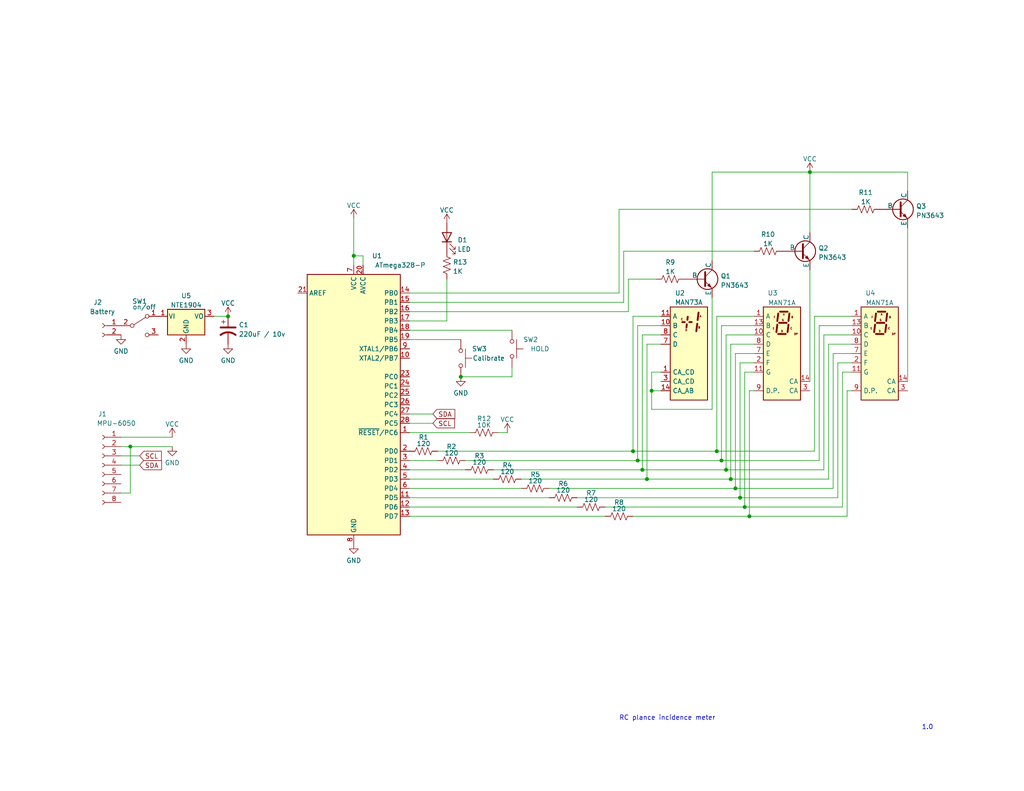
<source format=kicad_sch>
(kicad_sch (version 20211123) (generator eeschema)
  (paper "USLetter")
  (lib_symbols
    (symbol "Connector:Conn_01x02_Female" (pin_names (offset 1.016) hide)
      (property "Reference" "J" (at 0 2.54 0))
      (property "Value" "Conn_01x02_Female" (at 0 -5.08 0))
      (symbol "Conn_01x02_Female_1_1"
        (arc (start 0 -2.032) (mid -0.508 -2.54) (end 0 -3.048) (stroke (width 0.1524)))
        (polyline (pts (xy -1.27 -2.54) (xy -0.508 -2.54)) (stroke (width 0.1524)))
        (polyline (pts (xy -1.27 0) (xy -0.508 0)) (stroke (width 0.1524)))
        (arc (start 0 0.508) (mid -0.508 0) (end 0 -0.508) (stroke (width 0.1524)))
        (pin passive line (at -5.08 0 0) (length 3.81) (name "Pin_1") (number "1"))
        (pin passive line (at -5.08 -2.54 0) (length 3.81) (name "Pin_2") (number "2"))
      )
    )
    (symbol "Connector:Conn_01x08_Female" (pin_names (offset 1.016) hide)
      (property "Reference" "J" (at 0 10.16 0))
      (property "Value" "Conn_01x08_Female" (at 0 -12.7 0))
      (symbol "Conn_01x08_Female_1_1"
        (arc (start 0 -9.652) (mid -0.508 -10.16) (end 0 -10.668) (stroke (width 0.1524)))
        (arc (start 0 -7.112) (mid -0.508 -7.62) (end 0 -8.128) (stroke (width 0.1524)))
        (arc (start 0 -4.572) (mid -0.508 -5.08) (end 0 -5.588) (stroke (width 0.1524)))
        (arc (start 0 -2.032) (mid -0.508 -2.54) (end 0 -3.048) (stroke (width 0.1524)))
        (polyline (pts (xy -1.27 -10.16) (xy -0.508 -10.16)) (stroke (width 0.1524)))
        (polyline (pts (xy -1.27 -7.62) (xy -0.508 -7.62)) (stroke (width 0.1524)))
        (polyline (pts (xy -1.27 -5.08) (xy -0.508 -5.08)) (stroke (width 0.1524)))
        (polyline (pts (xy -1.27 -2.54) (xy -0.508 -2.54)) (stroke (width 0.1524)))
        (polyline (pts (xy -1.27 0) (xy -0.508 0)) (stroke (width 0.1524)))
        (polyline (pts (xy -1.27 2.54) (xy -0.508 2.54)) (stroke (width 0.1524)))
        (polyline (pts (xy -1.27 5.08) (xy -0.508 5.08)) (stroke (width 0.1524)))
        (polyline (pts (xy -1.27 7.62) (xy -0.508 7.62)) (stroke (width 0.1524)))
        (arc (start 0 0.508) (mid -0.508 0) (end 0 -0.508) (stroke (width 0.1524)))
        (arc (start 0 3.048) (mid -0.508 2.54) (end 0 2.032) (stroke (width 0.1524)))
        (arc (start 0 5.588) (mid -0.508 5.08) (end 0 4.572) (stroke (width 0.1524)))
        (arc (start 0 8.128) (mid -0.508 7.62) (end 0 7.112) (stroke (width 0.1524)))
        (pin passive line (at -5.08 7.62 0) (length 3.81) (name "Pin_1") (number "1"))
        (pin passive line (at -5.08 5.08 0) (length 3.81) (name "Pin_2") (number "2"))
        (pin passive line (at -5.08 2.54 0) (length 3.81) (name "Pin_3") (number "3"))
        (pin passive line (at -5.08 0 0) (length 3.81) (name "Pin_4") (number "4"))
        (pin passive line (at -5.08 -2.54 0) (length 3.81) (name "Pin_5") (number "5"))
        (pin passive line (at -5.08 -5.08 0) (length 3.81) (name "Pin_6") (number "6"))
        (pin passive line (at -5.08 -7.62 0) (length 3.81) (name "Pin_7") (number "7"))
        (pin passive line (at -5.08 -10.16 0) (length 3.81) (name "Pin_8") (number "8"))
      )
    )
    (symbol "Device:C_Polarized_US" (pin_numbers hide) (pin_names (offset 0.254) hide)
      (property "Reference" "C" (at 0.635 2.54 0))
      (property "Value" "C_Polarized_US" (at 0.635 -2.54 0))
      (symbol "C_Polarized_US_0_1"
        (polyline (pts (xy -2.032 0.762) (xy 2.032 0.762)) (stroke (width 0.508)))
        (polyline (pts (xy -1.778 2.286) (xy -0.762 2.286)))
        (polyline (pts (xy -1.27 1.778) (xy -1.27 2.794)))
        (arc (start 2.032 -1.27) (mid 0 -0.5572) (end -2.032 -1.27) (stroke (width 0.508)))
      )
      (symbol "C_Polarized_US_1_1"
        (pin passive line (at 0 3.81 270) (length 2.794) (name "~") (number "1"))
        (pin passive line (at 0 -3.81 90) (length 3.302) (name "~") (number "2"))
      )
    )
    (symbol "Device:LED" (pin_numbers hide) (pin_names (offset 1.016) hide)
      (property "Reference" "D" (at 0 2.54 0))
      (property "Value" "LED" (at 0 -2.54 0))
      (symbol "LED_0_1"
        (polyline (pts (xy -1.27 -1.27) (xy -1.27 1.27)) (stroke (width 0.254)))
        (polyline (pts (xy -1.27 0) (xy 1.27 0)))
        (polyline (pts (xy 1.27 -1.27) (xy 1.27 1.27) (xy -1.27 0) (xy 1.27 -1.27)) (stroke (width 0.254)))
        (polyline (pts (xy -3.048 -0.762) (xy -4.572 -2.286) (xy -3.81 -2.286) (xy -4.572 -2.286) (xy -4.572 -1.524)))
        (polyline (pts (xy -1.778 -0.762) (xy -3.302 -2.286) (xy -2.54 -2.286) (xy -3.302 -2.286) (xy -3.302 -1.524)))
      )
      (symbol "LED_1_1"
        (pin passive line (at -3.81 0 0) (length 2.54) (name "K") (number "1"))
        (pin passive line (at 3.81 0 180) (length 2.54) (name "A") (number "2"))
      )
    )
    (symbol "Device:Q_NPN_EBC" (pin_numbers hide) (pin_names (offset 0))
      (property "Reference" "Q" (at 5.08 1.27 0))
      (property "Value" "Q_NPN_EBC" (at 5.08 -1.27 0))
      (symbol "Q_NPN_EBC_0_1"
        (polyline (pts (xy 0.635 0.635) (xy 2.54 2.54)))
        (polyline (pts (xy 0.635 -0.635) (xy 2.54 -2.54) (xy 2.54 -2.54)))
        (polyline (pts (xy 0.635 1.905) (xy 0.635 -1.905) (xy 0.635 -1.905)) (stroke (width 0.508)))
        (polyline (pts (xy 1.27 -1.778) (xy 1.778 -1.27) (xy 2.286 -2.286) (xy 1.27 -1.778) (xy 1.27 -1.778)) (fill (type outline)))
        (circle (center 1.27 0) (radius 2.8194) (stroke (width 0.254)))
      )
      (symbol "Q_NPN_EBC_1_1"
        (pin passive line (at 2.54 -5.08 90) (length 2.54) (name "E") (number "1"))
        (pin passive line (at -5.08 0 0) (length 5.715) (name "B") (number "2"))
        (pin passive line (at 2.54 5.08 270) (length 2.54) (name "C") (number "3"))
      )
    )
    (symbol "Device:R_US" (pin_numbers hide) (pin_names (offset 0))
      (property "Reference" "R" (at 2.54 0 90))
      (property "Value" "R_US" (at -2.54 0 90))
      (symbol "R_US_0_1"
        (polyline (pts (xy 0 -2.286) (xy 0 -2.54)))
        (polyline (pts (xy 0 2.286) (xy 0 2.54)))
        (polyline (pts (xy 0 -0.762) (xy 1.016 -1.143) (xy 0 -1.524) (xy -1.016 -1.905) (xy 0 -2.286)))
        (polyline (pts (xy 0 0.762) (xy 1.016 0.381) (xy 0 0) (xy -1.016 -0.381) (xy 0 -0.762)))
        (polyline (pts (xy 0 2.286) (xy 1.016 1.905) (xy 0 1.524) (xy -1.016 1.143) (xy 0 0.762)))
      )
      (symbol "R_US_1_1"
        (pin passive line (at 0 3.81 270) (length 1.27) (name "~") (number "1"))
        (pin passive line (at 0 -3.81 90) (length 1.27) (name "~") (number "2"))
      )
    )
    (symbol "Display_Character:MAN71A" (pin_names (offset 0.635))
      (property "Reference" "U" (at -2.54 13.97 0))
      (property "Value" "MAN71A" (at 3.556 -14.224 0))
      (symbol "MAN71A_0_0"
        (text "A" (at 0.508 10.668 0) (effects (font (size 0.508 0.508))))
        (text "B" (at 2.794 9.906 0) (effects (font (size 0.508 0.508))))
        (text "C" (at 2.54 6.858 0) (effects (font (size 0.508 0.508))))
        (text "D" (at 0 6.096 0) (effects (font (size 0.508 0.508))))
        (text "DP" (at 3.81 5.334 0) (effects (font (size 0.508 0.508))))
        (text "E" (at -2.286 6.858 0) (effects (font (size 0.508 0.508))))
        (text "F" (at -2.032 9.906 0) (effects (font (size 0.508 0.508))))
        (text "G" (at 0.254 9.144 0) (effects (font (size 0.508 0.508))))
      )
      (symbol "MAN71A_0_1"
        (rectangle (start -5.08 12.7) (end 5.08 -12.7) (stroke (width 0.254)) (fill (type background)))
        (polyline (pts (xy -1.27 7.874) (xy -1.524 5.842)) (stroke (width 0.508)))
        (polyline (pts (xy -1.016 5.334) (xy 1.016 5.334)) (stroke (width 0.508)))
        (polyline (pts (xy -1.016 10.922) (xy -1.27 8.89)) (stroke (width 0.508)))
        (polyline (pts (xy -0.762 8.382) (xy 1.27 8.382)) (stroke (width 0.508)))
        (polyline (pts (xy -0.508 11.43) (xy 1.524 11.43)) (stroke (width 0.508)))
        (polyline (pts (xy 1.778 7.874) (xy 1.524 5.842)) (stroke (width 0.508)))
        (polyline (pts (xy 2.032 10.922) (xy 1.778 8.89)) (stroke (width 0.508)))
        (polyline (pts (xy 2.794 5.334) (xy 2.794 5.334)) (stroke (width 0.508)))
      )
      (symbol "MAN71A_1_1"
        (pin input line (at -7.62 10.16 0) (length 2.54) (name "A") (number "1"))
        (pin input line (at -7.62 5.08 0) (length 2.54) (name "C") (number "10"))
        (pin input line (at -7.62 -5.08 0) (length 2.54) (name "G") (number "11"))
        (pin no_connect line (at 7.62 -5.08 180) (length 2.54) hide (name "NC") (number "12"))
        (pin input line (at -7.62 7.62 0) (length 2.54) (name "B") (number "13"))
        (pin input line (at 7.62 -7.62 180) (length 2.54) (name "CA") (number "14"))
        (pin input line (at -7.62 -2.54 0) (length 2.54) (name "F") (number "2"))
        (pin input line (at 7.62 -10.16 180) (length 2.54) (name "CA") (number "3"))
        (pin no_connect line (at 7.62 2.54 180) (length 2.54) hide (name "NC") (number "4"))
        (pin no_connect line (at 7.62 0 180) (length 2.54) hide (name "NC") (number "5"))
        (pin no_connect line (at 7.62 -2.54 180) (length 2.54) hide (name "NC") (number "6"))
        (pin input line (at -7.62 0 0) (length 2.54) (name "E") (number "7"))
        (pin input line (at -7.62 2.54 0) (length 2.54) (name "D") (number "8"))
        (pin input line (at -7.62 -10.16 0) (length 2.54) (name "D.P.") (number "9"))
      )
    )
    (symbol "Display_Character:MAN73A" (pin_names (offset 0.635))
      (property "Reference" "U" (at -2.54 13.97 0))
      (property "Value" "MAN73A" (at 2.54 -14.224 0))
      (symbol "MAN73A_0_0"
        (text "A" (at 3.175 10.16 0) (effects (font (size 0.508 0.508))))
        (text "B" (at 2.794 7.112 0) (effects (font (size 0.508 0.508))))
        (text "C" (at -1.905 9.3472 0) (effects (font (size 0.508 0.508))))
        (text "D" (at -0.7366 6.4262 0) (effects (font (size 0.508 0.508))))
      )
      (symbol "MAN73A_0_1"
        (rectangle (start -5.08 12.7) (end 5.08 -12.7) (stroke (width 0.254)) (fill (type background)))
        (polyline (pts (xy -1.778 8.5852) (xy -1.143 8.5852)) (stroke (width 0.508)))
        (polyline (pts (xy 2.286 8.128) (xy 2.032 6.096)) (stroke (width 0.508)))
        (polyline (pts (xy 2.6416 11.176) (xy 2.3876 9.144)) (stroke (width 0.508)))
      )
      (symbol "MAN73A_1_1"
        (polyline (pts (xy -0.6604 7.1374) (xy -0.5588 7.9756)) (stroke (width 0.508)))
        (polyline (pts (xy -0.3048 10.033) (xy -0.4064 9.1948)) (stroke (width 0.508)))
        (polyline (pts (xy 0.127 8.5852) (xy 0.762 8.5852)) (stroke (width 0.508)))
        (pin input line (at -7.62 -5.08 0) (length 2.54) (name "CA_CD") (number "1"))
        (pin input line (at -7.62 7.62 0) (length 2.54) (name "B") (number "10"))
        (pin input line (at -7.62 10.16 0) (length 2.54) (name "A") (number "11"))
        (pin no_connect line (at 7.62 -7.62 180) (length 2.54) hide (name "NC") (number "12"))
        (pin no_connect line (at 7.62 -10.16 180) (length 2.54) hide (name "NC") (number "13"))
        (pin input line (at -7.62 -10.16 0) (length 2.54) (name "CA_AB") (number "14"))
        (pin no_connect line (at 7.62 5.08 180) (length 2.54) hide (name "NC") (number "2"))
        (pin input line (at -7.62 -7.62 0) (length 2.54) (name "CA_CD") (number "3"))
        (pin no_connect line (at 7.62 2.54 180) (length 2.54) hide (name "NC") (number "4"))
        (pin no_connect line (at 7.62 0 180) (length 2.54) hide (name "NC") (number "5"))
        (pin no_connect line (at 7.62 -2.54 180) (length 2.54) hide (name "NC") (number "6"))
        (pin input line (at -7.62 2.54 0) (length 2.54) (name "D") (number "7"))
        (pin input line (at -7.62 5.08 0) (length 2.54) (name "C") (number "8"))
        (pin no_connect line (at 7.62 -5.08 180) (length 2.54) hide (name "NC") (number "9"))
      )
    )
    (symbol "MCU_Microchip_ATmega:ATmega328-P"
      (property "Reference" "U" (at -12.7 36.83 0))
      (property "Value" "ATmega328-P" (at 2.54 -36.83 0))
      (symbol "ATmega328-P_0_1"
        (rectangle (start -12.7 -35.56) (end 12.7 35.56) (stroke (width 0.254)) (fill (type background)))
      )
      (symbol "ATmega328-P_1_1"
        (pin bidirectional line (at 15.24 -7.62 180) (length 2.54) (name "~{RESET}/PC6") (number "1"))
        (pin bidirectional line (at 15.24 12.7 180) (length 2.54) (name "XTAL2/PB7") (number "10"))
        (pin bidirectional line (at 15.24 -25.4 180) (length 2.54) (name "PD5") (number "11"))
        (pin bidirectional line (at 15.24 -27.94 180) (length 2.54) (name "PD6") (number "12"))
        (pin bidirectional line (at 15.24 -30.48 180) (length 2.54) (name "PD7") (number "13"))
        (pin bidirectional line (at 15.24 30.48 180) (length 2.54) (name "PB0") (number "14"))
        (pin bidirectional line (at 15.24 27.94 180) (length 2.54) (name "PB1") (number "15"))
        (pin bidirectional line (at 15.24 25.4 180) (length 2.54) (name "PB2") (number "16"))
        (pin bidirectional line (at 15.24 22.86 180) (length 2.54) (name "PB3") (number "17"))
        (pin bidirectional line (at 15.24 20.32 180) (length 2.54) (name "PB4") (number "18"))
        (pin bidirectional line (at 15.24 17.78 180) (length 2.54) (name "PB5") (number "19"))
        (pin bidirectional line (at 15.24 -12.7 180) (length 2.54) (name "PD0") (number "2"))
        (pin power_in line (at 2.54 38.1 270) (length 2.54) (name "AVCC") (number "20"))
        (pin passive line (at -15.24 30.48 0) (length 2.54) (name "AREF") (number "21"))
        (pin passive line (at 0 -38.1 90) (length 2.54) hide (name "GND") (number "22"))
        (pin bidirectional line (at 15.24 7.62 180) (length 2.54) (name "PC0") (number "23"))
        (pin bidirectional line (at 15.24 5.08 180) (length 2.54) (name "PC1") (number "24"))
        (pin bidirectional line (at 15.24 2.54 180) (length 2.54) (name "PC2") (number "25"))
        (pin bidirectional line (at 15.24 0 180) (length 2.54) (name "PC3") (number "26"))
        (pin bidirectional line (at 15.24 -2.54 180) (length 2.54) (name "PC4") (number "27"))
        (pin bidirectional line (at 15.24 -5.08 180) (length 2.54) (name "PC5") (number "28"))
        (pin bidirectional line (at 15.24 -15.24 180) (length 2.54) (name "PD1") (number "3"))
        (pin bidirectional line (at 15.24 -17.78 180) (length 2.54) (name "PD2") (number "4"))
        (pin bidirectional line (at 15.24 -20.32 180) (length 2.54) (name "PD3") (number "5"))
        (pin bidirectional line (at 15.24 -22.86 180) (length 2.54) (name "PD4") (number "6"))
        (pin power_in line (at 0 38.1 270) (length 2.54) (name "VCC") (number "7"))
        (pin power_in line (at 0 -38.1 90) (length 2.54) (name "GND") (number "8"))
        (pin bidirectional line (at 15.24 15.24 180) (length 2.54) (name "XTAL1/PB6") (number "9"))
      )
    )
    (symbol "Regulator_Linear:LM7805_TO220" (pin_names (offset 0.254))
      (property "Reference" "U" (at -3.81 3.175 0))
      (property "Value" "LM7805_TO220" (at 0 3.175 0))
      (symbol "LM7805_TO220_0_1"
        (rectangle (start -5.08 1.905) (end 5.08 -5.08) (stroke (width 0.254)) (fill (type background)))
      )
      (symbol "LM7805_TO220_1_1"
        (pin power_in line (at -7.62 0 0) (length 2.54) (name "VI") (number "1"))
        (pin power_in line (at 0 -7.62 90) (length 2.54) (name "GND") (number "2"))
        (pin power_out line (at 7.62 0 180) (length 2.54) (name "VO") (number "3"))
      )
    )
    (symbol "Switch:SW_Push" (pin_numbers hide) (pin_names (offset 1.016) hide)
      (property "Reference" "SW" (at 1.27 2.54 0))
      (property "Value" "SW_Push" (at 0 -1.524 0))
      (symbol "SW_Push_0_1"
        (circle (center -2.032 0) (radius 0.508))
        (polyline (pts (xy 0 1.27) (xy 0 3.048)))
        (polyline (pts (xy 2.54 1.27) (xy -2.54 1.27)))
        (circle (center 2.032 0) (radius 0.508))
        (pin passive line (at -5.08 0 0) (length 2.54) (name "1") (number "1"))
        (pin passive line (at 5.08 0 180) (length 2.54) (name "2") (number "2"))
      )
    )
    (symbol "Switch:SW_SPDT" (pin_names (offset 0) hide)
      (property "Reference" "SW" (at 0 4.318 0))
      (property "Value" "SW_SPDT" (at 0 -5.08 0))
      (symbol "SW_SPDT_0_0"
        (circle (center -2.032 0) (radius 0.508))
        (circle (center 2.032 -2.54) (radius 0.508))
      )
      (symbol "SW_SPDT_0_1"
        (polyline (pts (xy -1.524 0.254) (xy 1.651 2.286)))
        (circle (center 2.032 2.54) (radius 0.508))
      )
      (symbol "SW_SPDT_1_1"
        (pin passive line (at 5.08 2.54 180) (length 2.54) (name "A") (number "1"))
        (pin passive line (at -5.08 0 0) (length 2.54) (name "B") (number "2"))
        (pin passive line (at 5.08 -2.54 180) (length 2.54) (name "C") (number "3"))
      )
    )
    (symbol "power:GND" (power) (pin_names (offset 0))
      (property "Value" "GND" (at 0 -3.81 0))
      (symbol "GND_0_1"
        (polyline (pts (xy 0 0) (xy 0 -1.27) (xy 1.27 -1.27) (xy 0 -2.54) (xy -1.27 -1.27) (xy 0 -1.27)))
      )
      (symbol "GND_1_1"
        (pin power_in line (at 0 0 270) (length 0) hide (name "GND") (number "1"))
      )
    )
    (symbol "power:VCC" (power) (pin_names (offset 0))
      (property "Value" "VCC" (at 0 3.81 0))
      (symbol "VCC_0_1"
        (polyline (pts (xy -0.762 1.27) (xy 0 2.54)))
        (polyline (pts (xy 0 0) (xy 0 2.54)))
        (polyline (pts (xy 0 2.54) (xy 0.762 1.27)))
      )
      (symbol "VCC_1_1"
        (pin power_in line (at 0 0 90) (length 0) hide (name "VCC") (number "1"))
      )
    )
  )
  (junction (at 204.47 140.97))
  (junction (at 173.99 125.73))
  (junction (at 172.72 123.19))
  (junction (at 220.98 46.99))
  (junction (at 198.12 128.27))
  (junction (at 62.23 86.36))
  (junction (at 96.52 69.85))
  (junction (at 35.56 121.92))
  (junction (at 203.2 138.43))
  (junction (at 195.58 123.19))
  (junction (at 196.85 125.73))
  (junction (at 177.8 106.68))
  (junction (at 199.39 130.81))
  (junction (at 201.93 135.89))
  (junction (at 125.73 102.87))
  (junction (at 176.53 130.81))
  (junction (at 175.26 128.27))
  (junction (at 200.66 133.35))
  (wire (pts (xy 229.87 138.43) (xy 229.87 101.6)))
  (wire (pts (xy 205.74 68.58) (xy 170.18 68.58)))
  (wire (pts (xy 201.93 99.06) (xy 201.93 135.89)))
  (wire (pts (xy 195.58 86.36) (xy 195.58 123.19)))
  (wire (pts (xy 33.02 119.38) (xy 46.99 119.38)))
  (wire (pts (xy 173.99 88.9) (xy 173.99 125.73)))
  (wire (pts (xy 149.86 133.35) (xy 200.66 133.35)))
  (wire (pts (xy 171.45 85.09) (xy 171.45 76.2)))
  (wire (pts (xy 111.76 113.03) (xy 118.11 113.03)))
  (wire (pts (xy 196.85 125.73) (xy 223.52 125.73)))
  (wire (pts (xy 111.76 128.27) (xy 127 128.27)))
  (wire (pts (xy 170.18 68.58) (xy 170.18 82.55)))
  (wire (pts (xy 33.02 124.46) (xy 38.1 124.46)))
  (wire (pts (xy 204.47 140.97) (xy 231.14 140.97)))
  (wire (pts (xy 222.25 123.19) (xy 222.25 86.36)))
  (wire (pts (xy 200.66 96.52) (xy 200.66 133.35)))
  (wire (pts (xy 33.02 127) (xy 38.1 127)))
  (wire (pts (xy 203.2 138.43) (xy 229.87 138.43)))
  (wire (pts (xy 223.52 125.73) (xy 223.52 88.9)))
  (wire (pts (xy 231.14 140.97) (xy 231.14 106.68)))
  (wire (pts (xy 35.56 134.62) (xy 35.56 121.92)))
  (wire (pts (xy 224.79 128.27) (xy 224.79 91.44)))
  (wire (pts (xy 198.12 91.44) (xy 198.12 128.27)))
  (wire (pts (xy 194.31 46.99) (xy 220.98 46.99)))
  (wire (pts (xy 35.56 121.92) (xy 46.99 121.92)))
  (wire (pts (xy 205.74 86.36) (xy 195.58 86.36)))
  (wire (pts (xy 111.76 87.63) (xy 121.92 87.63)))
  (wire (pts (xy 222.25 86.36) (xy 232.41 86.36)))
  (wire (pts (xy 177.8 111.76) (xy 177.8 106.68)))
  (wire (pts (xy 180.34 86.36) (xy 172.72 86.36)))
  (wire (pts (xy 205.74 93.98) (xy 199.39 93.98)))
  (wire (pts (xy 172.72 140.97) (xy 204.47 140.97)))
  (wire (pts (xy 224.79 91.44) (xy 232.41 91.44)))
  (wire (pts (xy 111.76 85.09) (xy 171.45 85.09)))
  (wire (pts (xy 127 125.73) (xy 173.99 125.73)))
  (wire (pts (xy 205.74 91.44) (xy 198.12 91.44)))
  (wire (pts (xy 180.34 91.44) (xy 175.26 91.44)))
  (wire (pts (xy 247.65 62.23) (xy 247.65 104.14)))
  (wire (pts (xy 111.76 133.35) (xy 142.24 133.35)))
  (wire (pts (xy 96.52 59.69) (xy 96.52 69.85)))
  (wire (pts (xy 229.87 101.6) (xy 232.41 101.6)))
  (wire (pts (xy 171.45 76.2) (xy 179.07 76.2)))
  (wire (pts (xy 111.76 90.17) (xy 139.7 90.17)))
  (wire (pts (xy 247.65 46.99) (xy 220.98 46.99)))
  (wire (pts (xy 227.33 96.52) (xy 232.41 96.52)))
  (wire (pts (xy 96.52 69.85) (xy 99.06 69.85)))
  (wire (pts (xy 205.74 106.68) (xy 204.47 106.68)))
  (wire (pts (xy 111.76 130.81) (xy 134.62 130.81)))
  (wire (pts (xy 99.06 69.85) (xy 99.06 72.39)))
  (wire (pts (xy 199.39 130.81) (xy 226.06 130.81)))
  (wire (pts (xy 111.76 135.89) (xy 149.86 135.89)))
  (wire (pts (xy 220.98 73.66) (xy 220.98 104.14)))
  (wire (pts (xy 135.89 118.11) (xy 138.43 118.11)))
  (wire (pts (xy 111.76 82.55) (xy 170.18 82.55)))
  (wire (pts (xy 111.76 118.11) (xy 128.27 118.11)))
  (wire (pts (xy 125.73 102.87) (xy 139.7 102.87)))
  (wire (pts (xy 176.53 130.81) (xy 199.39 130.81)))
  (wire (pts (xy 111.76 140.97) (xy 165.1 140.97)))
  (wire (pts (xy 172.72 86.36) (xy 172.72 123.19)))
  (wire (pts (xy 204.47 106.68) (xy 204.47 140.97)))
  (wire (pts (xy 168.91 57.15) (xy 232.41 57.15)))
  (wire (pts (xy 205.74 101.6) (xy 203.2 101.6)))
  (wire (pts (xy 165.1 138.43) (xy 203.2 138.43)))
  (wire (pts (xy 111.76 138.43) (xy 157.48 138.43)))
  (wire (pts (xy 198.12 128.27) (xy 224.79 128.27)))
  (wire (pts (xy 96.52 69.85) (xy 96.52 72.39)))
  (wire (pts (xy 227.33 133.35) (xy 227.33 96.52)))
  (wire (pts (xy 111.76 125.73) (xy 119.38 125.73)))
  (wire (pts (xy 175.26 128.27) (xy 198.12 128.27)))
  (wire (pts (xy 142.24 130.81) (xy 176.53 130.81)))
  (wire (pts (xy 176.53 93.98) (xy 176.53 130.81)))
  (wire (pts (xy 201.93 135.89) (xy 228.6 135.89)))
  (wire (pts (xy 220.98 46.99) (xy 220.98 63.5)))
  (wire (pts (xy 168.91 80.01) (xy 111.76 80.01)))
  (wire (pts (xy 134.62 128.27) (xy 175.26 128.27)))
  (wire (pts (xy 196.85 88.9) (xy 196.85 125.73)))
  (wire (pts (xy 226.06 130.81) (xy 226.06 93.98)))
  (wire (pts (xy 180.34 88.9) (xy 173.99 88.9)))
  (wire (pts (xy 194.31 71.12) (xy 194.31 46.99)))
  (wire (pts (xy 205.74 99.06) (xy 201.93 99.06)))
  (wire (pts (xy 172.72 123.19) (xy 195.58 123.19)))
  (wire (pts (xy 33.02 134.62) (xy 35.56 134.62)))
  (wire (pts (xy 180.34 93.98) (xy 176.53 93.98)))
  (wire (pts (xy 173.99 125.73) (xy 196.85 125.73)))
  (wire (pts (xy 195.58 123.19) (xy 222.25 123.19)))
  (wire (pts (xy 111.76 115.57) (xy 118.11 115.57)))
  (wire (pts (xy 226.06 93.98) (xy 232.41 93.98)))
  (wire (pts (xy 111.76 92.71) (xy 125.73 92.71)))
  (wire (pts (xy 205.74 88.9) (xy 196.85 88.9)))
  (wire (pts (xy 194.31 111.76) (xy 177.8 111.76)))
  (wire (pts (xy 177.8 106.68) (xy 180.34 106.68)))
  (wire (pts (xy 177.8 101.6) (xy 180.34 101.6)))
  (wire (pts (xy 139.7 100.33) (xy 139.7 102.87)))
  (wire (pts (xy 194.31 81.28) (xy 194.31 111.76)))
  (wire (pts (xy 175.26 91.44) (xy 175.26 128.27)))
  (wire (pts (xy 157.48 135.89) (xy 201.93 135.89)))
  (wire (pts (xy 223.52 88.9) (xy 232.41 88.9)))
  (wire (pts (xy 168.91 57.15) (xy 168.91 80.01)))
  (wire (pts (xy 200.66 133.35) (xy 227.33 133.35)))
  (wire (pts (xy 247.65 52.07) (xy 247.65 46.99)))
  (wire (pts (xy 203.2 101.6) (xy 203.2 138.43)))
  (wire (pts (xy 231.14 106.68) (xy 232.41 106.68)))
  (wire (pts (xy 119.38 123.19) (xy 172.72 123.19)))
  (wire (pts (xy 177.8 106.68) (xy 177.8 101.6)))
  (wire (pts (xy 33.02 121.92) (xy 35.56 121.92)))
  (wire (pts (xy 205.74 96.52) (xy 200.66 96.52)))
  (wire (pts (xy 121.92 87.63) (xy 121.92 76.2)))
  (wire (pts (xy 58.42 86.36) (xy 62.23 86.36)))
  (wire (pts (xy 228.6 99.06) (xy 232.41 99.06)))
  (wire (pts (xy 199.39 93.98) (xy 199.39 130.81)))
  (wire (pts (xy 228.6 135.89) (xy 228.6 99.06)))
  (text "1.0" (at 251.46 199.39 0) (effects (font (size 1.27 1.27)) (justify left bottom)))
  (text "RC plance incidence meter" (at 168.91 196.85 0) (effects (font (size 1.27 1.27)) (justify left bottom)))
  (global_label "SCL" (shape input) (at 118.11 115.57 0) (property "Intersheet References" "${INTERSHEET_REFS}" (effects hide)))
  (global_label "SDA" (shape input) (at 38.1 127 0) (property "Intersheet References" "${INTERSHEET_REFS}" (effects hide)))
  (global_label "SDA" (shape input) (at 118.11 113.03 0) (property "Intersheet References" "${INTERSHEET_REFS}" (effects hide)))
  (global_label "SCL" (shape input) (at 38.1 124.46 0) (property "Intersheet References" "${INTERSHEET_REFS}" (effects hide)))
  (symbol (lib_id "Device:C_Polarized_US") (at 62.23 90.17 0) (unit 1)
    (property "Reference" "C1" (at 65.151 88.7003 0) (effects (justify left)))
    (property "Value" "220uF / 10v" (at 65.151 91.2372 0) (effects (justify left)))
    (property "Footprint" "Capacitor_THT:CP_Radial_D6.3mm_P2.50mm" (effects hide))
  )
  (symbol (lib_id "Device:R_US") (at 153.67 135.89 270) (unit 1)
    (property "Reference" "R6" (at 153.67 132.08 90))
    (property "Value" "120" (at 153.67 133.8381 90))
    (property "Footprint" "Resistor_THT:R_Axial_DIN0207_L6.3mm_D2.5mm_P7.62mm_Horizontal" (effects hide))
  )
  (symbol (lib_id "power:VCC") (at 96.52 59.69 0) (unit 1)
    (property "Reference" "#PWR0105" (effects hide))
    (property "Value" "VCC" (at 96.52 56.1142 0))
  )
  (symbol (lib_id "Device:R_US") (at 146.05 133.35 270) (unit 1)
    (property "Reference" "R5" (at 146.05 129.54 90))
    (property "Value" "120" (at 146.05 131.2981 90))
    (property "Footprint" "Resistor_THT:R_Axial_DIN0207_L6.3mm_D2.5mm_P7.62mm_Horizontal" (effects hide))
  )
  (symbol (lib_id "power:GND") (at 96.52 148.59 0) (unit 1)
    (property "Reference" "#PWR0106" (effects hide))
    (property "Value" "GND" (at 96.52 153.0334 0))
  )
  (symbol (lib_id "power:VCC") (at 121.92 60.96 0) (unit 1)
    (property "Reference" "#PWR0112" (effects hide))
    (property "Value" "VCC" (at 121.92 57.3842 0))
  )
  (symbol (lib_id "Switch:SW_Push") (at 125.73 97.79 270) (unit 1)
    (property "Reference" "SW3" (at 130.81 95.25 90))
    (property "Value" "Calibrate" (at 133.35 97.79 90))
    (property "Footprint" "Button_Switch_THT:SW_Tactile_Straight_KSA0Axx1LFTR" (effects hide))
  )
  (symbol (lib_id "Device:Q_NPN_EBC") (at 218.44 68.58 0) (unit 1)
    (property "Reference" "Q2" (at 223.2914 67.7453 0) (effects (justify left)))
    (property "Value" "PN3643" (at 223.2914 70.2822 0) (effects (justify left)))
    (property "Footprint" "Package_TO_SOT_THT:TO-92L_HandSolder" (effects hide))
  )
  (symbol (lib_id "Device:R_US") (at 182.88 76.2 270) (unit 1)
    (property "Reference" "R9" (at 182.88 71.6112 90))
    (property "Value" "1K" (at 182.88 74.1481 90))
    (property "Footprint" "Resistor_THT:R_Axial_DIN0207_L6.3mm_D2.5mm_P7.62mm_Horizontal" (effects hide))
  )
  (symbol (lib_id "Device:R_US") (at 130.81 128.27 270) (unit 1)
    (property "Reference" "R3" (at 130.81 124.46 90))
    (property "Value" "120" (at 130.81 126.2181 90))
    (property "Footprint" "Resistor_THT:R_Axial_DIN0207_L6.3mm_D2.5mm_P7.62mm_Horizontal" (effects hide))
  )
  (symbol (lib_id "power:VCC") (at 220.98 46.99 0) (unit 1)
    (property "Reference" "#PWR0101" (effects hide))
    (property "Value" "VCC" (at 220.98 43.4142 0))
  )
  (symbol (lib_id "Switch:SW_Push") (at 139.7 95.25 270) (unit 1)
    (property "Reference" "SW2" (at 144.78 92.71 90))
    (property "Value" "HOLD" (at 147.32 95.25 90))
    (property "Footprint" "Button_Switch_THT:SW_PUSH-12mm" (effects hide))
  )
  (symbol (lib_id "Device:Q_NPN_EBC") (at 245.11 57.15 0) (unit 1)
    (property "Reference" "Q3" (at 249.9614 56.3153 0) (effects (justify left)))
    (property "Value" "PN3643" (at 249.9614 58.8522 0) (effects (justify left)))
    (property "Footprint" "Package_TO_SOT_THT:TO-92L_HandSolder" (effects hide))
  )
  (symbol (lib_id "Device:R_US") (at 138.43 130.81 270) (unit 1)
    (property "Reference" "R4" (at 138.43 127 90))
    (property "Value" "120" (at 138.43 128.7581 90))
    (property "Footprint" "Resistor_THT:R_Axial_DIN0207_L6.3mm_D2.5mm_P7.62mm_Horizontal" (effects hide))
  )
  (symbol (lib_id "power:GND") (at 62.23 93.98 0) (unit 1)
    (property "Reference" "#PWR0109" (effects hide))
    (property "Value" "GND" (at 62.23 98.4234 0))
  )
  (symbol (lib_id "Device:R_US") (at 115.57 123.19 270) (unit 1)
    (property "Reference" "R1" (at 115.57 119.38 90))
    (property "Value" "120" (at 115.57 121.1381 90))
    (property "Footprint" "Resistor_THT:R_Axial_DIN0207_L6.3mm_D2.5mm_P7.62mm_Horizontal" (effects hide))
  )
  (symbol (lib_id "Device:Q_NPN_EBC") (at 191.77 76.2 0) (unit 1)
    (property "Reference" "Q1" (at 196.6214 75.3653 0) (effects (justify left)))
    (property "Value" "PN3643" (at 196.6214 77.9022 0) (effects (justify left)))
    (property "Footprint" "Package_TO_SOT_THT:TO-92L_HandSolder" (effects hide))
  )
  (symbol (lib_id "Device:R_US") (at 236.22 57.15 270) (unit 1)
    (property "Reference" "R11" (at 236.22 52.5612 90))
    (property "Value" "1K" (at 236.22 55.0981 90))
    (property "Footprint" "Resistor_THT:R_Axial_DIN0207_L6.3mm_D2.5mm_P7.62mm_Horizontal" (effects hide))
  )
  (symbol (lib_id "Device:R_US") (at 123.19 125.73 270) (unit 1)
    (property "Reference" "R2" (at 123.19 121.92 90))
    (property "Value" "120" (at 123.19 123.6781 90))
    (property "Footprint" "Resistor_THT:R_Axial_DIN0207_L6.3mm_D2.5mm_P7.62mm_Horizontal" (effects hide))
  )
  (symbol (lib_id "power:VCC") (at 138.43 118.11 0) (unit 1)
    (property "Reference" "#PWR0102" (effects hide))
    (property "Value" "VCC" (at 138.43 114.5342 0))
  )
  (symbol (lib_id "Device:LED") (at 121.92 64.77 90) (unit 1)
    (property "Reference" "D1" (at 124.841 65.5228 90) (effects (justify right)))
    (property "Value" "LED" (at 124.841 68.0597 90) (effects (justify right)))
    (property "Footprint" "LED_THT:LED_D3.0mm" (effects hide))
  )
  (symbol (lib_id "Switch:SW_SPDT") (at 38.1 88.9 0) (unit 1)
    (property "Reference" "SW1" (at 38.1 82.2792 0))
    (property "Value" "on/off" (at 39.37 83.82 0))
    (property "Footprint" "footprint-library:SPDT_MINIATURE_SLIDE_SW_PHILMORE_30-9185" (effects hide))
  )
  (symbol (lib_id "Display_Character:MAN71A") (at 213.36 96.52 0) (unit 1)
    (property "Reference" "U3" (at 210.82 80.01 0))
    (property "Value" "MAN71A" (at 213.36 82.6571 0))
    (property "Footprint" "Display_7Segment:MAN71A" (effects hide))
    (property "Datasheet" "https://www.digchip.com/datasheets/parts/datasheet/161/MAN3640A-pdf.php" (effects hide))
  )
  (symbol (lib_id "MCU_Microchip_ATmega:ATmega328-P") (at 96.52 110.49 0) (unit 1)
    (property "Reference" "U1" (at 102.87 69.85 0))
    (property "Value" "ATmega328-P" (at 109.22 72.39 0))
    (property "Footprint" "Package_DIP:DIP-28_W7.62mm" (effects hide))
    (property "Datasheet" "http://ww1.microchip.com/downloads/en/DeviceDoc/ATmega328_P%20AVR%20MCU%20with%20picoPower%20Technology%20Data%20Sheet%2040001984A.pdf" (effects hide))
  )
  (symbol (lib_id "power:VCC") (at 62.23 86.36 0) (unit 1)
    (property "Reference" "#PWR0110" (effects hide))
    (property "Value" "VCC" (at 62.23 82.7842 0))
  )
  (symbol (lib_id "power:GND") (at 125.73 102.87 0) (unit 1)
    (property "Reference" "#PWR0111" (effects hide))
    (property "Value" "GND" (at 125.73 107.3134 0))
  )
  (symbol (lib_id "Display_Character:MAN71A") (at 240.03 96.52 0) (unit 1)
    (property "Reference" "U4" (at 237.49 80.01 0))
    (property "Value" "MAN71A" (at 240.03 82.6571 0))
    (property "Footprint" "Display_7Segment:MAN71A" (effects hide))
    (property "Datasheet" "https://www.digchip.com/datasheets/parts/datasheet/161/MAN3640A-pdf.php" (effects hide))
  )
  (symbol (lib_id "power:VCC") (at 46.99 119.38 0) (unit 1)
    (property "Reference" "#PWR0104" (effects hide))
    (property "Value" "VCC" (at 46.99 115.8042 0))
  )
  (symbol (lib_id "Regulator_Linear:LM7805_TO220") (at 50.8 86.36 0) (unit 1)
    (property "Reference" "U5" (at 50.8 80.7552 0))
    (property "Value" "NTE1904" (at 50.8 83.2921 0))
    (property "Footprint" "Package_TO_SOT_THT:TO-220-3_Vertical" (effects hide))
    (property "Datasheet" "https://www.onsemi.cn/PowerSolutions/document/MC7800-D.PDF" (effects hide))
  )
  (symbol (lib_id "Device:R_US") (at 209.55 68.58 270) (unit 1)
    (property "Reference" "R10" (at 209.55 63.9912 90))
    (property "Value" "1K" (at 209.55 66.5281 90))
    (property "Footprint" "Resistor_THT:R_Axial_DIN0207_L6.3mm_D2.5mm_P7.62mm_Horizontal" (effects hide))
  )
  (symbol (lib_id "Device:R_US") (at 161.29 138.43 270) (unit 1)
    (property "Reference" "R7" (at 161.29 134.62 90))
    (property "Value" "120" (at 161.29 136.3781 90))
    (property "Footprint" "Resistor_THT:R_Axial_DIN0207_L6.3mm_D2.5mm_P7.62mm_Horizontal" (effects hide))
  )
  (symbol (lib_id "power:GND") (at 50.8 93.98 0) (unit 1)
    (property "Reference" "#PWR0108" (effects hide))
    (property "Value" "GND" (at 50.8 98.4234 0))
  )
  (symbol (lib_id "Device:R_US") (at 168.91 140.97 270) (unit 1)
    (property "Reference" "R8" (at 168.91 137.16 90))
    (property "Value" "120" (at 168.91 138.9181 90))
    (property "Footprint" "Resistor_THT:R_Axial_DIN0207_L6.3mm_D2.5mm_P7.62mm_Horizontal" (effects hide))
  )
  (symbol (lib_id "power:GND") (at 33.02 91.44 0) (unit 1)
    (property "Reference" "#PWR0107" (effects hide))
    (property "Value" "GND" (at 33.02 95.8834 0))
  )
  (symbol (lib_id "Device:R_US") (at 132.08 118.11 270) (unit 1)
    (property "Reference" "R12" (at 132.08 114.3 90))
    (property "Value" "10K" (at 132.08 116.0581 90))
    (property "Footprint" "Resistor_THT:R_Axial_DIN0207_L6.3mm_D2.5mm_P7.62mm_Horizontal" (effects hide))
  )
  (symbol (lib_id "Display_Character:MAN73A") (at 187.96 96.52 0) (unit 1)
    (property "Reference" "U2" (at 184.15 80.01 0) (effects (justify left)))
    (property "Value" "MAN73A" (at 184.15 82.55 0) (effects (justify left)))
    (property "Footprint" "Display_7Segment:MAN73A" (effects hide))
    (property "Datasheet" "https://www.digchip.com/datasheets/parts/datasheet/161/MAN3640A-pdf.php" (effects hide))
  )
  (symbol (lib_id "Connector:Conn_01x08_Female") (at 27.94 127 0) (mirror y) (unit 1)
    (property "Reference" "J1" (at 27.94 113.03 0))
    (property "Value" "MPU-6050" (at 31.75 115.57 0))
    (property "Footprint" "Connector_PinSocket_2.54mm:PinSocket_1x08_P2.54mm_Vertical" (effects hide))
  )
  (symbol (lib_id "Device:R_US") (at 121.92 72.39 180) (unit 1)
    (property "Reference" "R13" (at 123.571 71.5553 0) (effects (justify right)))
    (property "Value" "1K" (at 123.571 74.0922 0) (effects (justify right)))
    (property "Footprint" "Resistor_THT:R_Axial_DIN0207_L6.3mm_D2.5mm_P7.62mm_Horizontal" (effects hide))
  )
  (symbol (lib_id "Connector:Conn_01x02_Female") (at 27.94 88.9 0) (mirror y) (unit 1)
    (property "Reference" "J2" (at 26.67 82.55 0))
    (property "Value" "Battery" (at 27.94 85.09 0))
    (property "Footprint" "Connector_PinHeader_2.54mm:PinHeader_1x02_P2.54mm_Vertical" (effects hide))
  )
  (symbol (lib_id "power:GND") (at 46.99 121.92 0) (unit 1)
    (property "Reference" "#PWR0103" (effects hide))
    (property "Value" "GND" (at 46.99 126.3634 0))
  )
)
</source>
